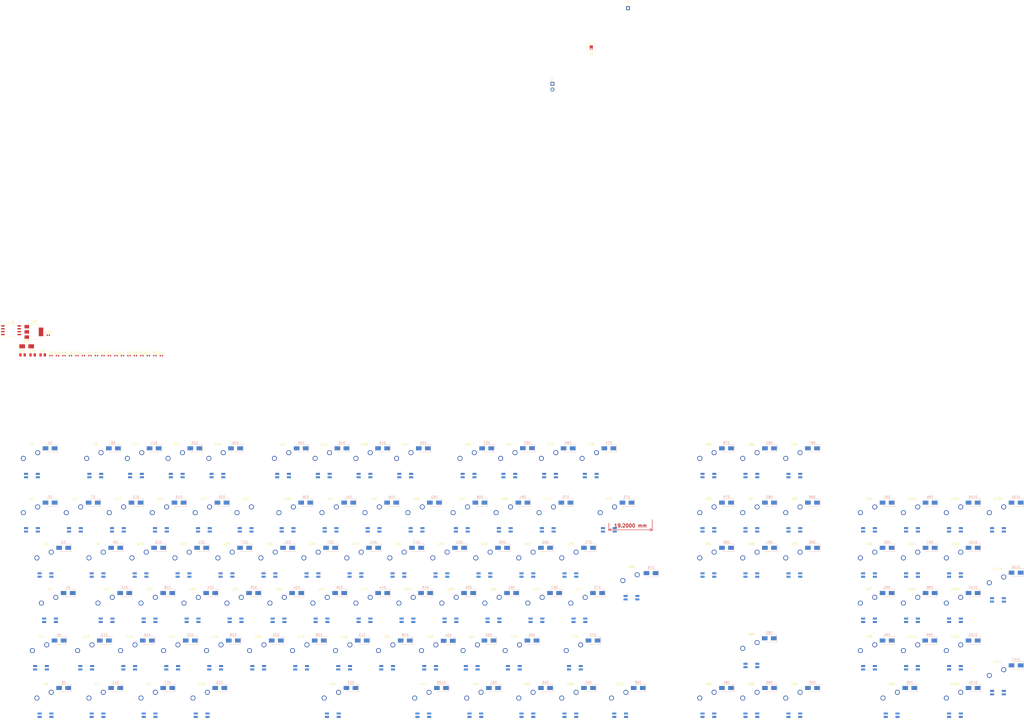
<source format=kicad_pcb>
(kicad_pcb (version 20211014) (generator pcbnew)
  (layers (0 "F.Cu" signal) (31 "B.Cu" signal) (34 "B.Paste" user) (35 "F.Paste" user) (36 "B.SilkS" user "B.Silkscreen") (37 "F.SilkS" user "F.Silkscreen") (38 "B.Mask" user) (39 "F.Mask" user) (44 "Edge.Cuts" user))
  (net 0 "")
  (net 1 "/XIN")
  (net 2 "GND")
  (net 3 "Net-(C2-Pad1)")
  (net 4 "VBUS")
  (net 5 "+3V3")
  (net 6 "+1V1")
  (net 7 "/GPIO7")
  (net 8 "Net-(D1-Pad2)")
  (net 9 "Net-(D2-Pad2)")
  (net 10 "Net-(D3-Pad2)")
  (net 11 "Net-(D4-Pad2)")
  (net 12 "Net-(D5-Pad2)")
  (net 13 "Net-(D6-Pad2)")
  (net 14 "/GPIO8")
  (net 15 "Net-(D7-Pad2)")
  (net 16 "Net-(D8-Pad2)")
  (net 17 "Net-(D9-Pad2)")
  (net 18 "Net-(D10-Pad2)")
  (net 19 "Net-(D11-Pad2)")
  (net 20 "Net-(D12-Pad2)")
  (net 21 "/GPIO9")
  (net 22 "Net-(D13-Pad2)")
  (net 23 "Net-(D14-Pad2)")
  (net 24 "Net-(D15-Pad2)")
  (net 25 "Net-(D16-Pad2)")
  (net 26 "Net-(D17-Pad2)")
  (net 27 "Net-(D18-Pad2)")
  (net 28 "/GPIO10")
  (net 29 "Net-(D19-Pad2)")
  (net 30 "Net-(D20-Pad2)")
  (net 31 "Net-(D21-Pad2)")
  (net 32 "Net-(D22-Pad2)")
  (net 33 "Net-(D23-Pad2)")
  (net 34 "Net-(D24-Pad2)")
  (net 35 "/GPIO11")
  (net 36 "Net-(D25-Pad2)")
  (net 37 "Net-(D26-Pad2)")
  (net 38 "Net-(D27-Pad2)")
  (net 39 "Net-(D28-Pad2)")
  (net 40 "Net-(D29-Pad2)")
  (net 41 "/GPIO12")
  (net 42 "Net-(D30-Pad2)")
  (net 43 "Net-(D31-Pad2)")
  (net 44 "Net-(D32-Pad2)")
  (net 45 "Net-(D33-Pad2)")
  (net 46 "Net-(D34-Pad2)")
  (net 47 "Net-(D35-Pad2)")
  (net 48 "/GPIO13")
  (net 49 "Net-(D36-Pad2)")
  (net 50 "Net-(D37-Pad2)")
  (net 51 "Net-(D38-Pad2)")
  (net 52 "Net-(D39-Pad2)")
  (net 53 "Net-(D40-Pad2)")
  (net 54 "/GPIO14")
  (net 55 "Net-(D41-Pad2)")
  (net 56 "Net-(D42-Pad2)")
  (net 57 "Net-(D43-Pad2)")
  (net 58 "Net-(D44-Pad2)")
  (net 59 "Net-(D45-Pad2)")
  (net 60 "/GPIO15")
  (net 61 "Net-(D46-Pad2)")
  (net 62 "Net-(D47-Pad2)")
  (net 63 "Net-(D48-Pad2)")
  (net 64 "Net-(D49-Pad2)")
  (net 65 "Net-(D50-Pad2)")
  (net 66 "Net-(D51-Pad2)")
  (net 67 "/GPIO16")
  (net 68 "Net-(D52-Pad2)")
  (net 69 "Net-(D53-Pad2)")
  (net 70 "Net-(D54-Pad2)")
  (net 71 "Net-(D55-Pad2)")
  (net 72 "Net-(D56-Pad2)")
  (net 73 "Net-(D57-Pad2)")
  (net 74 "/GPIO17")
  (net 75 "Net-(D58-Pad2)")
  (net 76 "Net-(D59-Pad2)")
  (net 77 "Net-(D60-Pad2)")
  (net 78 "Net-(D61-Pad2)")
  (net 79 "Net-(D62-Pad2)")
  (net 80 "Net-(D63-Pad2)")
  (net 81 "/GPIO18")
  (net 82 "Net-(D64-Pad2)")
  (net 83 "Net-(D65-Pad2)")
  (net 84 "Net-(D66-Pad2)")
  (net 85 "Net-(D67-Pad2)")
  (net 86 "Net-(D68-Pad2)")
  (net 87 "Net-(D69-Pad2)")
  (net 88 "/GPIO19")
  (net 89 "Net-(D70-Pad2)")
  (net 90 "Net-(D71-Pad2)")
  (net 91 "Net-(D72-Pad2)")
  (net 92 "Net-(D73-Pad2)")
  (net 93 "Net-(D74-Pad2)")
  (net 94 "/GPIO20")
  (net 95 "Net-(D75-Pad2)")
  (net 96 "Net-(D76-Pad2)")
  (net 97 "Net-(D78-Pad2)")
  (net 98 "/GPIO21")
  (net 99 "Net-(D79-Pad2)")
  (net 100 "Net-(D80-Pad2)")
  (net 101 "Net-(D81-Pad2)")
  (net 102 "Net-(D82-Pad2)")
  (net 103 "/GPIO22")
  (net 104 "Net-(D83-Pad2)")
  (net 105 "Net-(D84-Pad2)")
  (net 106 "Net-(D85-Pad2)")
  (net 107 "Net-(D86-Pad2)")
  (net 108 "Net-(D87-Pad2)")
  (net 109 "/GPIO23")
  (net 110 "Net-(D88-Pad2)")
  (net 111 "Net-(D89-Pad2)")
  (net 112 "Net-(D90-Pad2)")
  (net 113 "/GPIO24")
  (net 114 "Net-(D91-Pad2)")
  (net 115 "Net-(D92-Pad2)")
  (net 116 "Net-(D93-Pad2)")
  (net 117 "Net-(D94-Pad2)")
  (net 118 "Net-(D95-Pad2)")
  (net 119 "/GPIO25")
  (net 120 "Net-(D96-Pad2)")
  (net 121 "Net-(D97-Pad2)")
  (net 122 "Net-(D98-Pad2)")
  (net 123 "Net-(D99-Pad2)")
  (net 124 "/GPIO26_ADC0")
  (net 125 "Net-(D100-Pad2)")
  (net 126 "Net-(D101-Pad2)")
  (net 127 "Net-(D102-Pad2)")
  (net 128 "Net-(D103-Pad2)")
  (net 129 "Net-(D104-Pad2)")
  (net 130 "Net-(D105-Pad2)")
  (net 131 "Net-(D106-Pad2)")
  (net 132 "/GPIO27_ADC1")
  (net 133 "Net-(D107-Pad2)")
  (net 134 "/~{USB_BOOT}")
  (net 135 "/SWD")
  (net 136 "/SWCLK")
  (net 137 "/QSPI_SS")
  (net 138 "/XOUT")
  (net 139 "/USB_D+")
  (net 140 "Net-(R4-Pad2)")
  (net 141 "/USB_D-")
  (net 142 "Net-(R5-Pad2)")
  (net 143 "/GPIO0")
  (net 144 "Net-(U1-Pad1)")
  (net 145 "/GPIO5")
  (net 146 "Net-(U1-Pad4)")
  (net 147 "Net-(U1-Pad3)")
  (net 148 "/GPIO1")
  (net 149 "Net-(U2-Pad2)")
  (net 150 "Net-(U2-Pad3)")
  (net 151 "/GPIO2")
  (net 152 "Net-(U109-Pad3)")
  (net 153 "Net-(U3-Pad3)")
  (net 154 "/GPIO3")
  (net 155 "Net-(U12-Pad2)")
  (net 156 "/GPIO4")
  (net 157 "Net-(U106-Pad3)")
  (net 158 "Net-(U10-Pad2)")
  (net 159 "Net-(U111-Pad3)")
  (net 160 "Net-(U11-Pad2)")
  (net 161 "Net-(U13-Pad2)")
  (net 162 "Net-(U14-Pad2)")
  (net 163 "Net-(U15-Pad2)")
  (net 164 "Net-(U10-Pad3)")
  (net 165 "Net-(U11-Pad3)")
  (net 166 "Net-(U12-Pad3)")
  (net 167 "Net-(U13-Pad3)")
  (net 168 "Net-(U14-Pad3)")
  (net 169 "Net-(U15-Pad3)")
  (net 170 "Net-(U16-Pad3)")
  (net 171 "Net-(U17-Pad3)")
  (net 172 "/QSPI_SD1")
  (net 173 "/QSPI_SD2")
  (net 174 "/QSPI_SD0")
  (net 175 "/QSPI_SCLK")
  (net 176 "/QSPI_SD3")
  (net 177 "Net-(U20-Pad3)")
  (net 178 "Net-(U21-Pad3)")
  (net 179 "Net-(U22-Pad3)")
  (net 180 "Net-(U23-Pad3)")
  (net 181 "Net-(U24-Pad3)")
  (net 182 "Net-(U25-Pad3)")
  (net 183 "Net-(U26-Pad3)")
  (net 184 "Net-(U27-Pad3)")
  (net 185 "Net-(U28-Pad3)")
  (net 186 "Net-(U29-Pad3)")
  (net 187 "Net-(U30-Pad3)")
  (net 188 "Net-(U31-Pad3)")
  (net 189 "Net-(U32-Pad3)")
  (net 190 "Net-(U33-Pad3)")
  (net 191 "Net-(U34-Pad3)")
  (net 192 "Net-(U35-Pad3)")
  (net 193 "Net-(U36-Pad3)")
  (net 194 "Net-(U37-Pad3)")
  (net 195 "Net-(U38-Pad3)")
  (net 196 "Net-(U39-Pad3)")
  (net 197 "Net-(U40-Pad3)")
  (net 198 "Net-(U41-Pad3)")
  (net 199 "Net-(U42-Pad3)")
  (net 200 "Net-(U43-Pad3)")
  (net 201 "Net-(U44-Pad3)")
  (net 202 "Net-(U45-Pad3)")
  (net 203 "Net-(U46-Pad3)")
  (net 204 "Net-(U47-Pad3)")
  (net 205 "Net-(U48-Pad3)")
  (net 206 "Net-(U49-Pad3)")
  (net 207 "Net-(U51-Pad3)")
  (net 208 "Net-(U52-Pad3)")
  (net 209 "Net-(U53-Pad3)")
  (net 210 "Net-(U54-Pad3)")
  (net 211 "Net-(U55-Pad3)")
  (net 212 "Net-(U56-Pad3)")
  (net 213 "Net-(U57-Pad3)")
  (net 214 "Net-(U58-Pad3)")
  (net 215 "Net-(U59-Pad3)")
  (net 216 "Net-(U60-Pad3)")
  (net 217 "Net-(U61-Pad3)")
  (net 218 "Net-(U62-Pad3)")
  (net 219 "Net-(U63-Pad3)")
  (net 220 "Net-(U64-Pad3)")
  (net 221 "Net-(U65-Pad3)")
  (net 222 "Net-(U66-Pad3)")
  (net 223 "Net-(U67-Pad3)")
  (net 224 "Net-(U68-Pad3)")
  (net 225 "Net-(U69-Pad3)")
  (net 226 "Net-(U70-Pad3)")
  (net 227 "Net-(U71-Pad3)")
  (net 228 "Net-(U72-Pad3)")
  (net 229 "Net-(U73-Pad3)")
  (net 230 "Net-(U74-Pad3)")
  (net 231 "Net-(U75-Pad3)")
  (net 232 "Net-(U76-Pad3)")
  (net 233 "Net-(U77-Pad3)")
  (net 234 "Net-(U78-Pad3)")
  (net 235 "Net-(U79-Pad3)")
  (net 236 "Net-(U80-Pad3)")
  (net 237 "Net-(U82-Pad3)")
  (net 238 "Net-(U83-Pad3)")
  (net 239 "Net-(U84-Pad3)")
  (net 240 "Net-(U85-Pad3)")
  (net 241 "Net-(U86-Pad3)")
  (net 242 "Net-(U87-Pad3)")
  (net 243 "Net-(U88-Pad3)")
  (net 244 "Net-(U89-Pad3)")
  (net 245 "Net-(U90-Pad3)")
  (net 246 "Net-(U92-Pad3)")
  (net 247 "Net-(U93-Pad3)")
  (net 248 "Net-(U94-Pad3)")
  (net 250 "Net-(U100-Pad2)")
  (net 252 "Net-(U101-Pad2)")
  (net 253 "Net-(U102-Pad2)")
  (net 254 "Net-(U103-Pad2)")
  (net 255 "Net-(U108-Pad2)")
  (net 257 "Net-(U100-Pad3)")
  (net 259 "Net-(U101-Pad3)")
  (net 260 "Net-(U102-Pad3)")
  (net 261 "Net-(U103-Pad3)")
  (net 263 "Net-(U104-Pad3)")
  (net 265 "Net-(U105-Pad3)")
  (net 266 "Net-(U107-Pad3)")
  (net 270 "Net-(U41-Pad6)")
  (net 271 "Net-(U110-Pad3)")
  (footprint "Cherry MX:Cherry-MX_PCB-Mounted_LTST-A683CEGBW_Mill-Max-7305" (layer "F.Cu") (at 294 287)
    (fp_text reference "U80")
    (fp_text value "enter")
    (fp_poly (pts (xy 1.7 6.55) (xy -1.7 6.55) (xy -1.7 3.55) (xy 1.7 3.55)) (layer "Edge.Cuts") (width 0.01) (fill none))
  )
  (footprint "Connector_PinHeader_2.54mm:PinHeader_1x02_P2.54mm_Vertical" (layer "F.Cu") (at 259.05 64.75)
    (fp_text reference "J1")
    (fp_text value "Conn_01x02")
  )
  (footprint "Cherry MX:Cherry-MX_PCB-Mounted_LTST-A683CEGBW_Mill-Max-7305" (layer "F.Cu") (at 53 318)
    (fp_text reference "U10")
    (fp_text value "<")
    (fp_poly (pts (xy 1.7 6.55) (xy -1.7 6.55) (xy -1.7 3.55) (xy 1.7 3.55)) (layer "Edge.Cuts") (width 0.01) (fill none))
  )
  (footprint "Capacitor_SMD:C_0402_1005Metric" (layer "F.Cu") (at 51.78 185)
    (fp_text reference "C14")
    (fp_text value "100n")
  )
  (footprint "Capacitor_SMD:C_0805_2012Metric" (layer "F.Cu") (at 33.77 184.67)
    (fp_text reference "C5")
    (fp_text value "10u")
  )
  (footprint "Cherry MX:Cherry-MX_PCB-Mounted_LTST-A683CEGBW_Mill-Max-7305" (layer "F.Cu") (at 271 297)
    (fp_text reference "U77")
    (fp_text value "#")
    (fp_poly (pts (xy 1.7 6.55) (xy -1.7 6.55) (xy -1.7 3.55) (xy 1.7 3.55)) (layer "Edge.Cuts") (width 0.01) (fill none))
  )
  (footprint "Cherry MX:Cherry-MX_PCB-Mounted_LTST-A683CEGBW_Mill-Max-7305" (layer "F.Cu") (at 57 233)
    (fp_text reference "U8")
    (fp_text value "f1")
    (fp_poly (pts (xy 1.7 6.55) (xy -1.7 6.55) (xy -1.7 3.55) (xy 1.7 3.55)) (layer "Edge.Cuts") (width 0.01) (fill none))
  )
  (footprint "Cherry MX:Cherry-MX_PCB-Mounted_LTST-A683CEGBW_Mill-Max-7305" (layer "F.Cu") (at 229 277)
    (fp_text reference "U63")
    (fp_text value "o")
    (fp_poly (pts (xy 1.7 6.55) (xy -1.7 6.55) (xy -1.7 3.55) (xy 1.7 3.55)) (layer "Edge.Cuts") (width 0.01) (fill none))
  )
  (footprint "Cherry MX:Cherry-MX_PCB-Mounted_LTST-A683CEGBW_Mill-Max-7305" (layer "F.Cu") (at 347 317)
    (fp_text reference "U89")
    (fp_text value "/\\")
    (fp_poly (pts (xy 1.7 6.55) (xy -1.7 6.55) (xy -1.7 3.55) (xy 1.7 3.55)) (layer "Edge.Cuts") (width 0.01) (fill none))
  )
  (footprint "Cherry MX:Cherry-MX_PCB-Mounted_LTST-A683CEGBW_Mill-Max-7305" (layer "F.Cu") (at 240 233)
    (fp_text reference "U67")
    (fp_text value "f10")
    (fp_poly (pts (xy 1.7 6.55) (xy -1.7 6.55) (xy -1.7 3.55) (xy 1.7 3.55)) (layer "Edge.Cuts") (width 0.01) (fill none))
  )
  (footprint "LED_SMD:LED-L1T2_LUMILEDS" (layer "F.Cu") (at 276.22 48.9)
    (fp_text reference "J3")
    (fp_text value "Conn_01x01_Female")
  )
  (footprint "Cherry MX:Cherry-MX_PCB-Mounted_LTST-A683CEGBW_Mill-Max-7305" (layer "F.Cu") (at 29 233)
    (fp_text reference "U1")
    (fp_text value "esc")
    (fp_poly (pts (xy 1.7 6.55) (xy -1.7 6.55) (xy -1.7 3.55) (xy 1.7 3.55)) (layer "Edge.Cuts") (width 0.01) (fill none))
  )
  (footprint "Cherry MX:Cherry-MX_PCB-Mounted_LTST-A683CEGBW_Mill-Max-7305" (layer "F.Cu") (at 276 233)
    (fp_text reference "U78")
    (fp_text value "f12")
    (fp_poly (pts (xy 1.7 6.55) (xy -1.7 6.55) (xy -1.7 3.55) (xy 1.7 3.55)) (layer "Edge.Cuts") (width 0.01) (fill none))
  )
  (footprint "Cherry MX:Cherry-MX_PCB-Mounted_LTST-A683CEGBW_Mill-Max-7305" (layer "F.Cu") (at 162 339)
    (fp_text reference "U25")
    (fp_text value "Cherry_MX_RGB")
    (fp_poly (pts (xy 1.7 6.55) (xy -1.7 6.55) (xy -1.7 3.55) (xy 1.7 3.55)) (layer "Edge.Cuts") (width 0.01) (fill none))
  )
  (footprint "Cherry MX:Cherry-MX_PCB-Mounted_LTST-A683CEGBW_Mill-Max-7305" (layer "F.Cu") (at 58 339)
    (fp_text reference "U11")
    (fp_text value "super")
    (fp_poly (pts (xy 1.7 6.55) (xy -1.7 6.55) (xy -1.7 3.55) (xy 1.7 3.55)) (layer "Edge.Cuts") (width 0.01) (fill none))
  )
  (footprint "Cherry MX:Cherry-MX_PCB-Mounted_LTST-A683CEGBW_Mill-Max-7305" (layer "F.Cu") (at 81 339)
    (fp_text reference "U17")
    (fp_text value "alt")
    (fp_poly (pts (xy 1.7 6.55) (xy -1.7 6.55) (xy -1.7 3.55) (xy 1.7 3.55)) (layer "Edge.Cuts") (width 0.01) (fill none))
  )
  (footprint "Cherry MX:Cherry-MX_PCB-Mounted_LTST-A683CEGBW_Mill-Max-7305" (layer "F.Cu") (at 176 297)
    (fp_text reference "U47")
    (fp_text value "j")
    (fp_poly (pts (xy 1.7 6.55) (xy -1.7 6.55) (xy -1.7 3.55) (xy 1.7 3.55)) (layer "Edge.Cuts") (width 0.01) (fill none))
  )
  (footprint "Capacitor_SMD:C_0402_1005Metric" (layer "F.Cu") (at 43.17 185)
    (fp_text reference "C8")
    (fp_text value "1u")
  )
  (footprint "Cherry MX:Cherry-MX_PCB-Mounted_LTST-A683CEGBW_Mill-Max-7305" (layer "F.Cu") (at 214 297)
    (fp_text reference "U59")
    (fp_text value "l")
    (fp_poly (pts (xy 1.7 6.55) (xy -1.7 6.55) (xy -1.7 3.55) (xy 1.7 3.55)) (layer "Edge.Cuts") (width 0.01) (fill none))
  )
  (footprint "Capacitor_SMD:C_0402_1005Metric" (layer "F.Cu") (at 37.43 185)
    (fp_text reference "C9")
    (fp_text value "100n")
  )
  (footprint "Cherry MX:Cherry-MX_PCB-Mounted_LTST-A683CEGBW_Mill-Max-7305" (layer "F.Cu") (at 119 297)
    (fp_text reference "U31")
    (fp_text value "f")
    (fp_poly (pts (xy 1.7 6.55) (xy -1.7 6.55) (xy -1.7 3.55) (xy 1.7 3.55)) (layer "Edge.Cuts") (width 0.01) (fill none))
  )
  (footprint "Cherry MX:Cherry-MX_PCB-Mounted_LTST-A683CEGBW_Mill-Max-7305" (layer "F.Cu") (at 399 277)
    (fp_text reference "U96")
    (fp_text value "7")
    (fp_poly (pts (xy 1.7 6.55) (xy -1.7 6.55) (xy -1.7 3.55) (xy 1.7 3.55)) (layer "Edge.Cuts") (width 0.01) (fill none))
  )
  (footprint "Cherry MX:Cherry-MX_PCB-Mounted_LTST-A683CEGBW_Mill-Max-7305" (layer "F.Cu") (at 86 257)
    (fp_text reference "U21")
    (fp_text value "3")
    (fp_poly (pts (xy 1.7 6.55) (xy -1.7 6.55) (xy -1.7 3.55) (xy 1.7 3.55)) (layer "Edge.Cuts") (width 0.01) (fill none))
  )
  (footprint "Cherry MX:Cherry-MX_PCB-Mounted_LTST-A683CEGBW_Mill-Max-7305" (layer "F.Cu") (at 347 257)
    (fp_text reference "U87")
    (fp_text value "pos1")
    (fp_poly (pts (xy 1.7 6.55) (xy -1.7 6.55) (xy -1.7 3.55) (xy 1.7 3.55)) (layer "Edge.Cuts") (width 0.01) (fill none))
  )
  (footprint "Cherry MX:Cherry-MX_PCB-Mounted_LTST-A683CEGBW_Mill-Max-7305" (layer "F.Cu") (at 269 318)
    (fp_text reference "U76")
    (fp_text value "shift")
    (fp_poly (pts (xy 1.7 6.55) (xy -1.7 6.55) (xy -1.7 3.55) (xy 1.7 3.55)) (layer "Edge.Cuts") (width 0.01) (fill none))
  )
  (footprint "Capacitor_SMD:C_0402_1005Metric" (layer "F.Cu") (at 77.61 185)
    (fp_text reference "C12")
    (fp_text value "100n")
  )
  (footprint "Cherry MX:Cherry-MX_PCB-Mounted_LTST-A683CEGBW_Mill-Max-7305" (layer "F.Cu") (at 138 297)
    (fp_text reference "U36")
    (fp_text value "g")
    (fp_poly (pts (xy 1.7 6.55) (xy -1.7 6.55) (xy -1.7 3.55) (xy 1.7 3.55)) (layer "Edge.Cuts") (width 0.01) (fill none))
  )
  (footprint "Capacitor_SMD:C_0402_1005Metric" (layer "F.Cu") (at 86.22 185)
    (fp_text reference "C15")
    (fp_text value "100n")
  )
  (footprint "Cherry MX:Cherry-MX_PCB-Mounted_LTST-A683CEGBW_Mill-Max-7305" (layer "F.Cu") (at 366 257)
    (fp_text reference "U92")
    (fp_text value "pgup")
    (fp_poly (pts (xy 1.7 6.55) (xy -1.7 6.55) (xy -1.7 3.55) (xy 1.7 3.55)) (layer "Edge.Cuts") (width 0.01) (fill none))
  )
  (footprint "Cherry MX:Cherry-MX_PCB-Mounted_LTST-A683CEGBW_Mill-Max-7305" (layer "F.Cu") (at 129 318)
    (fp_text reference "U34")
    (fp_text value "v")
    (fp_poly (pts (xy 1.7 6.55) (xy -1.7 6.55) (xy -1.7 3.55) (xy 1.7 3.55)) (layer "Edge.Cuts") (width 0.01) (fill none))
  )
  (footprint "Cherry MX:Cherry-MX_PCB-Mounted_LTST-A683CEGBW_Mill-Max-7305" (layer "F.Cu") (at 91 318)
    (fp_text reference "U24")
    (fp_text value "x")
    (fp_poly (pts (xy 1.7 6.55) (xy -1.7 6.55) (xy -1.7 3.55) (xy 1.7 3.55)) (layer "Edge.Cuts") (width 0.01) (fill none))
  )
  (footprint "Cherry MX:Cherry-MX_PCB-Mounted_LTST-A683CEGBW_Mill-Max-7305" (layer "F.Cu") (at 134 277)
    (fp_text reference "U33")
    (fp_text value "t")
    (fp_poly (pts (xy 1.7 6.55) (xy -1.7 6.55) (xy -1.7 3.55) (xy 1.7 3.55)) (layer "Edge.Cuts") (width 0.01) (fill none))
  )
  (footprint "Cherry MX:Cherry-MX_PCB-Mounted_LTST-A683CEGBW_Mill-Max-7305" (layer "F.Cu") (at 238 257)
    (fp_text reference "U68")
    (fp_text value "ß")
    (fp_poly (pts (xy 1.7 6.55) (xy -1.7 6.55) (xy -1.7 3.55) (xy 1.7 3.55)) (layer "Edge.Cuts") (width 0.01) (fill none))
  )
  (footprint "Capacitor_SMD:C_0805_2012Metric" (layer "F.Cu") (at 24.87 184.67)
    (fp_text reference "C3")
    (fp_text value "10u")
  )
  (footprint "Cherry MX:Cherry-MX_PCB-Mounted_LTST-A683CEGBW_Mill-Max-7305" (layer "F.Cu") (at 172 277)
    (fp_text reference "U45")
    (fp_text value "u")
    (fp_poly (pts (xy 1.7 6.55) (xy -1.7 6.55) (xy -1.7 3.55) (xy 1.7 3.55)) (layer "Edge.Cuts") (width 0.01) (fill none))
  )
  (footprint "Cherry MX:Cherry-MX_PCB-Mounted_LTST-A683CEGBW_Mill-Max-7305" (layer "F.Cu") (at 180 257)
    (fp_text reference "U49")
    (fp_text value "8")
    (fp_poly (pts (xy 1.7 6.55) (xy -1.7 6.55) (xy -1.7 3.55) (xy 1.7 3.55)) (layer "Edge.Cuts") (width 0.01) (fill none))
  )
  (footprint "Capacitor_SMD:C_0402_1005Metric" (layer "F.Cu") (at 48.91 185)
    (fp_text reference "C13")
    (fp_text value "100n")
  )
  (footprint "Cherry MX:Cherry-MX_PCB-Mounted_LTST-A683CEGBW_Mill-Max-7305" (layer "F.Cu") (at 110 318)
    (fp_text reference "U30")
    (fp_text value "c")
    (fp_poly (pts (xy 1.7 6.55) (xy -1.7 6.55) (xy -1.7 3.55) (xy 1.7 3.55)) (layer "Edge.Cuts") (width 0.01) (fill none))
  )
  (footprint "Capacitor_SMD:C_0402_1005Metric" (layer "F.Cu") (at 60.39 185)
    (fp_text reference "C2")
    (fp_text value "27p")
  )
  (footprint "Cherry MX:Cherry-MX_PCB-Mounted_LTST-A683CEGBW_Mill-Max-7305" (layer "F.Cu") (at 418 318)
    (fp_text reference "U103")
    (fp_text value "2")
    (fp_poly (pts (xy 1.7 6.55) (xy -1.7 6.55) (xy -1.7 3.55) (xy 1.7 3.55)) (layer "Edge.Cuts") (width 0.01) (fill none))
  )
  (footprint "Cherry MX:Cherry-MX_PCB-Mounted_LTST-A683CEGBW_Mill-Max-7305" (layer "F.Cu") (at 62 297)
    (fp_text reference "U12")
    (fp_text value "a")
    (fp_poly (pts (xy 1.7 6.55) (xy -1.7 6.55) (xy -1.7 3.55) (xy 1.7 3.55)) (layer "Edge.Cuts") (width 0.01) (fill none))
  )
  (footprint "Cherry MX:Cherry-MX_PCB-Mounted_LTST-A683CEGBW_Mill-Max-7305" (layer "F.Cu") (at 456 257)
    (fp_text reference "U109")
    (fp_text value "-")
    (fp_poly (pts (xy 1.7 6.55) (xy -1.7 6.55) (xy -1.7 3.55) (xy 1.7 3.55)) (layer "Edge.Cuts") (width 0.01) (fill none))
  )
  (footprint "Capacitor_SMD:C_0402_1005Metric" (layer "F.Cu") (at 54.65 185)
    (fp_text reference "R1")
    (fp_text value "1k")
  )
  (footprint "Capacitor_SMD:C_0402_1005Metric" (layer "F.Cu") (at 83.35 185)
    (fp_text reference "R3")
    (fp_text value "1k")
  )
  (footprint "Capacitor_SMD:C_0402_1005Metric" (layer "F.Cu") (at 66.13 185)
    (fp_text reference "C11")
    (fp_text value "100n")
  )
  (footprint "Cherry MX:Cherry-MX_PCB-Mounted_LTST-A683CEGBW_Mill-Max-7305" (layer "F.Cu") (at 142 257)
    (fp_text reference "U38")
    (fp_text value "6")
    (fp_poly (pts (xy 1.7 6.55) (xy -1.7 6.55) (xy -1.7 3.55) (xy 1.7 3.55)) (layer "Edge.Cuts") (width 0.01) (fill none))
  )
  (footprint "Cherry MX:Cherry-MX_PCB-Mounted_LTST-A683CEGBW_Mill-Max-7305" (layer "F.Cu") (at 456 288)
    (fp_text reference "U110")
    (fp_text value "+")
    (fp_poly (pts (xy 1.7 6.55) (xy -1.7 6.55) (xy -1.7 3.55) (xy 1.7 3.55)) (layer "Edge.Cuts") (width 0.01) (fill none))
  )
  (footprint "Cherry MX:Cherry-MX_PCB-Mounted_LTST-A683CEGBW_Mill-Max-7305" (layer "F.Cu") (at 176 233)
    (fp_text reference "U48")
    (fp_text value "f7")
    (fp_poly (pts (xy 1.7 6.55) (xy -1.7 6.55) (xy -1.7 3.55) (xy 1.7 3.55)) (layer "Edge.Cuts") (width 0.01) (fill none))
  )
  (footprint "Cherry MX:Cherry-MX_PCB-Mounted_LTST-A683CEGBW_Mill-Max-7305" (layer "F.Cu") (at 248 339)
    (fp_text reference "U60")
    (fp_text value "win")
    (fp_poly (pts (xy 1.7 6.55) (xy -1.7 6.55) (xy -1.7 3.55) (xy 1.7 3.55)) (layer "Edge.Cuts") (width 0.01) (fill none))
  )
  (footprint "Cherry MX:Cherry-MX_PCB-Mounted_LTST-A683CEGBW_Mill-Max-7305" (layer "F.Cu") (at 267 339)
    (fp_text reference "U66")
    (fp_text value "menu")
    (fp_poly (pts (xy 1.7 6.55) (xy -1.7 6.55) (xy -1.7 3.55) (xy 1.7 3.55)) (layer "Edge.Cuts") (width 0.01) (fill none))
  )
  (footprint "Capacitor_SMD:C_0805_2012Metric" (layer "F.Cu") (at 29.32 184.67)
    (fp_text reference "C17")
    (fp_text value "10u")
  )
  (footprint "Package_TO_SOT_SMD:SOT-223-3_TabPin2" (layer "F.Cu") (at 29.87 174.49)
    (fp_text reference "U19")
    (fp_text value "NCP1117-3.3_SOT223")
  )
  (footprint "Cherry MX:Cherry-MX_PCB-Mounted_LTST-A683CEGBW_Mill-Max-7305" (layer "F.Cu") (at 347 339)
    (fp_text reference "U90")
    (fp_text value "\\/")
    (fp_poly (pts (xy 1.7 6.55) (xy -1.7 6.55) (xy -1.7 3.55) (xy 1.7 3.55)) (layer "Edge.Cuts") (width 0.01) (fill none))
  )
  (footprint "Capacitor_SMD:C_0402_1005Metric" (layer "F.Cu") (at 74.74 185)
    (fp_text reference "R5")
    (fp_text value "27")
  )
  (footprint "Cherry MX:Cherry-MX_PCB-Mounted_LTST-A683CEGBW_Mill-Max-7305" (layer "F.Cu") (at 48 257)
    (fp_text reference "U7")
    (fp_text value "1")
    (fp_poly (pts (xy 1.7 6.55) (xy -1.7 6.55) (xy -1.7 3.55) (xy 1.7 3.55)) (layer "Edge.Cuts") (width 0.01) (fill none))
  )
  (footprint "Cherry MX:Cherry-MX_PCB-Mounted_LTST-A683CEGBW_Mill-Max-7305" (layer "F.Cu") (at 418 277)
    (fp_text reference "U101")
    (fp_text value "8")
    (fp_poly (pts (xy 1.7 6.55) (xy -1.7 6.55) (xy -1.7 3.55) (xy 1.7 3.55)) (layer "Edge.Cuts") (width 0.01) (fill none))
  )
  (footprint "Capacitor_SMD:C_0402_1005Metric" (layer "F.Cu") (at 40.3 185)
    (fp_text reference "C16")
    (fp_text value "100n")
  )
  (footprint "Cherry MX:Cherry-MX_PCB-Mounted_LTST-A683CEGBW_Mill-Max-7305" (layer "F.Cu") (at 58 277)
    (fp_text reference "U9")
    (fp_text value "q")
    (fp_poly (pts (xy 1.7 6.55) (xy -1.7 6.55) (xy -1.7 3.55) (xy 1.7 3.55)) (layer "Edge.Cuts") (width 0.01) (fill none))
  )
  (footprint "Capacitor_SMD:C_0402_1005Metric" (layer "F.Cu") (at 80.48 185)
    (fp_text reference "C4")
    (fp_text value "100n")
  )
  (footprint "Capacitor_SMD:C_0402_1005Metric" (layer "F.Cu") (at 36.23 175.9)
    (fp_text reference "C10")
    (fp_text value "1u")
  )
  (footprint "Cherry MX:Cherry-MX_PCB-Mounted_LTST-A683CEGBW_Mill-Max-7305" (layer "F.Cu") (at 437 257)
    (fp_text reference "U104")
    (fp_text value "*")
    (fp_poly (pts (xy 1.7 6.55) (xy -1.7 6.55) (xy -1.7 3.55) (xy 1.7 3.55)) (layer "Edge.Cuts") (width 0.01) (fill none))
  )
  (footprint "Cherry MX:Cherry-MX_PCB-Mounted_LTST-A683CEGBW_Mill-Max-7305" (layer "F.Cu") (at 29 257)
    (fp_text reference "U2")
    (fp_text value "^")
    (fp_poly (pts (xy 1.7 6.55) (xy -1.7 6.55) (xy -1.7 3.55) (xy 1.7 3.55)) (layer "Edge.Cuts") (width 0.01) (fill none))
  )
  (footprint "Cherry MX:Cherry-MX_PCB-Mounted_LTST-A683CEGBW_Mill-Max-7305" (layer "F.Cu") (at 366 339)
    (fp_text reference "U94")
    (fp_text value ">")
    (fp_poly (pts (xy 1.7 6.55) (xy -1.7 6.55) (xy -1.7 3.55) (xy 1.7 3.55)) (layer "Edge.Cuts") (width 0.01) (fill none))
  )
  (footprint "Cherry MX:Cherry-MX_PCB-Mounted_LTST-A683CEGBW_Mill-Max-7305" (layer "F.Cu") (at 202 339)
    (fp_text reference "U41")
    (fp_text value "leer")
    (fp_poly (pts (xy 1.7 6.55) (xy -1.7 6.55) (xy -1.7 3.55) (xy 1.7 3.55)) (layer "Edge.Cuts") (width 0.01) (fill none))
  )
  (footprint "Capacitor_SMD:C_0402_1005Metric" (layer "F.Cu") (at 71.87 185)
    (fp_text reference "R2")
    (fp_text value "DNF")
  )
  (footprint "Cherry MX:Cherry-MX_PCB-Mounted_LTST-A683CEGBW_Mill-Max-7305" (layer "F.Cu") (at 75 233)
    (fp_text reference "U14")
    (fp_text value "f2")
    (fp_poly (pts (xy 1.7 6.55) (xy -1.7 6.55) (xy -1.7 3.55) (xy 1.7 3.55)) (layer "Edge.Cuts") (width 0.01) (fill none))
  )
  (footprint "Cherry MX:Cherry-MX_PCB-Mounted_LTST-A683CEGBW_Mill-Max-7305" (layer "F.Cu") (at 223.4 318)
    (fp_text reference "U64")
    (fp_text value ".")
    (fp_poly (pts (xy 1.7 6.55) (xy -1.7 6.55) (xy -1.7 3.55) (xy 1.7 3.55)) (layer "Edge.Cuts") (width 0.01) (fill none))
  )
  (footprint "Cherry MX:Cherry-MX_PCB-Mounted_LTST-A683CEGBW_Mill-Max-7305" (layer "F.Cu") (at 328 233)
    (fp_text reference "U82")
    (fp_text value "druck")
    (fp_poly (pts (xy 1.7 6.55) (xy -1.7 6.55) (xy -1.7 3.55) (xy 1.7 3.55)) (layer "Edge.Cuts") (width 0.01) (fill none))
  )
  (footprint "Cherry MX:Cherry-MX_PCB-Mounted_LTST-A683CEGBW_Mill-Max-7305" (layer "F.Cu") (at 111 233)
    (fp_text reference "U28")
    (fp_text value "f4")
    (fp_poly (pts (xy 1.7 6.55) (xy -1.7 6.55) (xy -1.7 3.55) (xy 1.7 3.55)) (layer "Edge.Cuts") (width 0.01) (fill none))
  )
  (footprint "Cherry MX:Cherry-MX_PCB-Mounted_LTST-A683CEGBW_Mill-Max-7305" (layer "F.Cu") (at 158 233)
    (fp_text reference "U43")
    (fp_text value "f6")
    (fp_poly (pts (xy 1.7 6.55) (xy -1.7 6.55) (xy -1.7 3.55) (xy 1.7 3.55)) (layer "Edge.Cuts") (width 0.01) (fill none))
  )
  (footprint "Capacitor_SMD:C_0402_1005Metric" (layer "F.Cu") (at 57.52 185)
    (fp_text reference "R4")
    (fp_text value "27")
  )
  (footprint "Cherry MX:Cherry-MX_PCB-Mounted_LTST-A683CEGBW_Mill-Max-7305" (layer "F.Cu") (at 93 233)
    (fp_text reference "U22")
    (fp_text value "f3")
    (fp_poly (pts (xy 1.7 6.55) (xy -1.7 6.55) (xy -1.7 3.55) (xy 1.7 3.55)) (layer "Edge.Cuts") (width 0.01) (fill none))
  )
  (footprint "Capacitor_SMD:C_0402_1005Metric" (layer "F.Cu") (at 46.04 185)
    (fp_text reference "C6")
    (fp_text value "100n")
  )
  (footprint "Cherry MX:Cherry-MX_PCB-Mounted_LTST-A683CEGBW_Mill-Max-7305" (layer "F.Cu") (at 161 257)
    (fp_text reference "U44")
    (fp_text value "7")
    (fp_poly (pts (xy 1.7 6.55) (xy -1.7 6.55) (xy -1.7 3.55) (xy 1.7 3.55)) (layer "Edge.Cuts") (width 0.01) (fill none))
  )
  (footprint "Cherry MX:Cherry-MX_PCB-Mounted_LTST-A683CEGBW_Mill-Max-7305" (layer "F.Cu") (at 418 297)
    (fp_text reference "U102")
    (fp_text value "5")
    (fp_poly (pts (xy 1.7 6.55) (xy -1.7 6.55) (xy -1.7 3.55) (xy 1.7 3.55)) (layer "Edge.Cuts") (width 0.01) (fill none))
  )
  (footprint "Cherry MX:Cherry-MX_PCB-Mounted_LTST-A683CEGBW_Mill-Max-7305" (layer "F.Cu") (at 409 339)
    (fp_text reference "U99")
    (fp_text value "0")
    (fp_poly (pts (xy 1.7 6.55) (xy -1.7 6.55) (xy -1.7 3.55) (xy 1.7 3.55)) (layer "Edge.Cuts") (width 0.01) (fill none))
  )
  (footprint "Cherry MX:Cherry-MX_PCB-Mounted_LTST-A683CEGBW_Mill-Max-7305" (layer "F.Cu") (at 148 318)
    (fp_text reference "U40")
    (fp_text value "b")
    (fp_poly (pts (xy 1.7 6.55) (xy -1.7 6.55) (xy -1.7 3.55) (xy 1.7 3.55)) (layer "Edge.Cuts") (width 0.01) (fill none))
  )
  (footprint "Cherry MX:Cherry-MX_PCB-Mounted_LTST-A683CEGBW_Mill-Max-7305" (layer "F.Cu") (at 399 318)
    (fp_text reference "U98")
    (fp_text value "1")
    (fp_poly (pts (xy 1.7 6.55) (xy -1.7 6.55) (xy -1.7 3.55) (xy 1.7 3.55)) (layer "Edge.Cuts") (width 0.01) (fill none))
  )
  (footprint "Cherry MX:Cherry-MX_PCB-Mounted_LTST-A683CEGBW_Mill-Max-7305" (layer "F.Cu") (at 100 297)
    (fp_text reference "U26")
    (fp_text value "d")
    (fp_poly (pts (xy 1.7 6.55) (xy -1.7 6.55) (xy -1.7 3.55) (xy 1.7 3.55)) (layer "Edge.Cuts") (width 0.01) (fill none))
  )
  (footprint "Cherry MX:Cherry-MX_PCB-Mounted_LTST-A683CEGBW_Mill-Max-7305" (layer "F.Cu") (at 186 318)
    (fp_text reference "U52")
    (fp_text value "m")
    (fp_poly (pts (xy 1.7 6.55) (xy -1.7 6.55) (xy -1.7 3.55) (xy 1.7 3.55)) (layer "Edge.Cuts") (width 0.01) (fill none))
  )
  (footprint "Cherry MX:Cherry-MX_PCB-Mounted_LTST-A683CEGBW_Mill-Max-7305" (layer "F.Cu") (at 123.46 257)
    (fp_text reference "U32")
    (fp_text value "5")
    (fp_poly (pts (xy 1.7 6.55) (xy -1.7 6.55) (xy -1.7 3.55) (xy 1.7 3.55)) (layer "Edge.Cuts") (width 0.01) (fill none))
  )
  (footprint "Cherry MX:Cherry-MX_PCB-Mounted_LTST-A683CEGBW_Mill-Max-7305" (layer "F.Cu") (at 328 339)
    (fp_text reference "U85")
    (fp_text value "<")
    (fp_poly (pts (xy 1.7 6.55) (xy -1.7 6.55) (xy -1.7 3.55) (xy 1.7 3.55)) (layer "Edge.Cuts") (width 0.01) (fill none))
  )
  (footprint "Cherry MX:Cherry-MX_PCB-Mounted_LTST-A683CEGBW_Mill-Max-7305" (layer "F.Cu") (at 222 233)
    (fp_text reference "U61")
    (fp_text value "f9")
    (fp_poly (pts (xy 1.7 6.55) (xy -1.7 6.55) (xy -1.7 3.55) (xy 1.7 3.55)) (layer "Edge.Cuts") (width 0.01) (fill none))
  )
  (footprint "Cherry MX:Cherry-MX_PCB-Mounted_LTST-A683CEGBW_Mill-Max-7305" (layer "F.Cu") (at 328 277)
    (fp_text reference "U84")
    (fp_text value "entf")
    (fp_poly (pts (xy 1.7 6.55) (xy -1.7 6.55) (xy -1.7 3.55) (xy 1.7 3.55)) (layer "Edge.Cuts") (width 0.01) (fill none))
  )
  (footprint "Cherry MX:Cherry-MX_PCB-Mounted_LTST-A683CEGBW_Mill-Max-7305" (layer "F.Cu") (at 35 339)
    (fp_text reference "U6")
    (fp_text value "ctl")
    (fp_poly (pts (xy 1.7 6.55) (xy -1.7 6.55) (xy -1.7 3.55) (xy 1.7 3.55)) (layer "Edge.Cuts") (width 0.01) (fill none))
  )
  (footprint "Cherry MX:Cherry-MX_PCB-Mounted_LTST-A683CEGBW_Mill-Max-7305" (layer "F.Cu") (at 437 277)
    (fp_text reference "U105")
    (fp_text value "9")
    (fp_poly (pts (xy 1.7 6.55) (xy -1.7 6.55) (xy -1.7 3.55) (xy 1.7 3.55)) (layer "Edge.Cuts") (width 0.01) (fill none))
  )
  (footprint "Cherry MX:Cherry-MX_PCB-Mounted_LTST-A683CEGBW_Mill-Max-7305" (layer "F.Cu") (at 242 318)
    (fp_text reference "U70")
    (fp_text value "-")
    (fp_poly (pts (xy 1.7 6.55) (xy -1.7 6.55) (xy -1.7 3.55) (xy 1.7 3.55)) (layer "Edge.Cuts") (width 0.01) (fill none))
  )
  (footprint "Cherry MX:Cherry-MX_PCB-Mounted_LTST-A683CEGBW_Mill-Max-7305" (layer "F.Cu") (at 194 233)
    (fp_text reference "U54")
    (fp_text value "f8")
    (fp_poly (pts (xy 1.7 6.55) (xy -1.7 6.55) (xy -1.7 3.55) (xy 1.7 3.55)) (layer "Edge.Cuts") (width 0.01) (fill none))
  )
  (footprint "Cherry MX:Cherry-MX_PCB-Mounted_LTST-A683CEGBW_Mill-Max-7305" (layer "F.Cu") (at 37 297)
    (fp_text reference "U4")
    (fp_text value "feststl")
    (fp_poly (pts (xy 1.7 6.55) (xy -1.7 6.55) (xy -1.7 3.55) (xy 1.7 3.55)) (layer "Edge.Cuts") (width 0.01) (fill none))
  )
  (footprint "Cherry MX:Cherry-MX_PCB-Mounted_LTST-A683CEGBW_Mill-Max-7305" (layer "F.Cu") (at 105 257)
    (fp_text reference "U27")
    (fp_text value "4")
    (fp_poly (pts (xy 1.7 6.55) (xy -1.7 6.55) (xy -1.7 3.55) (xy 1.7 3.55)) (layer "Edge.Cuts") (width 0.01) (fill none))
  )
  (footprint "Cherry MX:Cherry-MX_PCB-Mounted_LTST-A683CEGBW_Mill-Max-7305" (layer "F.Cu") (at 167 318)
    (fp_text reference "U46")
    (fp_text value "n")
    (fp_poly (pts (xy 1.7 6.55) (xy -1.7 6.55) (xy -1.7 3.55) (xy 1.7 3.55)) (layer "Edge.Cuts") (width 0.01) (fill none))
  )
  (footprint "Cherry MX:Cherry-MX_PCB-Mounted_LTST-A683CEGBW_Mill-Max-7305" (layer "F.Cu") (at 191 277)
    (fp_text reference "U51")
    (fp_text value "i")
    (fp_poly (pts (xy 1.7 6.55) (xy -1.7 6.55) (xy -1.7 3.55) (xy 1.7 3.55)) (layer "Edge.Cuts") (width 0.01) (fill none))
  )
  (footprint "Cherry MX:Cherry-MX_PCB-Mounted_LTST-A683CEGBW_Mill-Max-7305" (layer "F.Cu") (at 104 339)
    (fp_text reference "U35")
    (fp_text value "leer")
    (fp_poly (pts (xy 1.7 6.55) (xy -1.7 6.55) (xy -1.7 3.55) (xy 1.7 3.55)) (layer "Edge.Cuts") (width 0.01) (fill none))
  )
  (footprint "Cherry MX:Cherry-MX_PCB-Mounted_LTST-A683CEGBW_Mill-Max-7305" (layer "F.Cu") (at 233 297)
    (fp_text reference "U65")
    (fp_text value "ö")
    (fp_poly (pts (xy 1.7 6.55) (xy -1.7 6.55) (xy -1.7 3.55) (xy 1.7 3.55)) (layer "Edge.Cuts") (width 0.01) (fill none))
  )
  (footprint "Cherry MX:Cherry-MX_PCB-Mounted_LTST-A683CEGBW_Mill-Max-7305" (layer "F.Cu") (at 289 339)
    (fp_text reference "U72")
    (fp_text value "ctl")
    (fp_poly (pts (xy 1.7 6.55) (xy -1.7 6.55) (xy -1.7 3.55) (xy 1.7 3.55)) (layer "Edge.Cuts") (width 0.01) (fill none))
  )
  (footprint "Cherry MX:Cherry-MX_PCB-Mounted_LTST-A683CEGBW_Mill-Max-7305" (layer "F.Cu") (at 153 277)
    (fp_text reference "U39")
    (fp_text value "z")
    (fp_poly (pts (xy 1.7 6.55) (xy -1.7 6.55) (xy -1.7 3.55) (xy 1.7 3.55)) (layer "Edge.Cuts") (width 0.01) (fill none))
  )
  (footprint "Cherry MX:Cherry-MX_PCB-Mounted_LTST-A683CEGBW_Mill-Max-7305" (layer "F.Cu") (at 81 297)
    (fp_text reference "U20")
    (fp_text value "s")
    (fp_poly (pts (xy 1.7 6.55) (xy -1.7 6.55) (xy -1.7 3.55) (xy 1.7 3.55)) (layer "Edge.Cuts") (width 0.01) (fill none))
  )
  (footprint "Cherry MX:Cherry-MX_PCB-Mounted_LTST-A683CEGBW_Mill-Max-7305" (layer "F.Cu") (at 366 233)
    (fp_text reference "U91")
    (fp_text value "pause break")
    (fp_poly (pts (xy 1.7 6.55) (xy -1.7 6.55) (xy -1.7 3.55) (xy 1.7 3.55)) (layer "Edge.Cuts") (width 0.01) (fill none))
  )
  (footprint "Package_SO:SOIC-8_5.23x5.23mm_P1.27mm" (layer "F.Cu") (at 19.77 173.75)
    (fp_text reference "U18")
    (fp_text value "W25Q128JVS")
  )
  (footprint "Cherry MX:Cherry-MX_PCB-Mounted_LTST-A683CEGBW_Mill-Max-7305" (layer "F.Cu") (at 257 257)
    (fp_text reference "U74")
    (fp_text value "´")
    (fp_poly (pts (xy 1.7 6.55) (xy -1.7 6.55) (xy -1.7 3.55) (xy 1.7 3.55)) (layer "Edge.Cuts") (width 0.01) (fill none))
  )
  (footprint "Cherry MX:Cherry-MX_PCB-Mounted_LTST-A683CEGBW_Mill-Max-7305" (layer "F.Cu") (at 399 257)
    (fp_text reference "U95")
    (fp_text value "num")
    (fp_poly (pts (xy 1.7 6.55) (xy -1.7 6.55) (xy -1.7 3.55) (xy 1.7 3.55)) (layer "Edge.Cuts") (width 0.01) (fill none))
  )
  (footprint "Capacitor_SMD:C_0402_1005Metric" (layer "F.Cu") (at 63.26 185)
    (fp_text reference "C7")
    (fp_text value "100n")
  )
  (footprint "Cherry MX:Cherry-MX_PCB-Mounted_LTST-A683CEGBW_Mill-Max-7305" (layer "F.Cu") (at 157 297)
    (fp_text reference "U42")
    (fp_text value "h")
    (fp_poly (pts (xy 1.7 6.55) (xy -1.7 6.55) (xy -1.7 3.55) (xy 1.7 3.55)) (layer "Edge.Cuts") (width 0.01) (fill none))
  )
  (footprint "Cherry MX:Cherry-MX_PCB-Mounted_LTST-A683CEGBW_Mill-Max-7305" (layer "F.Cu") (at 252 297)
    (fp_text reference "U71")
    (fp_text value "ä")
    (fp_poly (pts (xy 1.7 6.55) (xy -1.7 6.55) (xy -1.7 3.55) (xy 1.7 3.55)) (layer "Edge.Cuts") (width 0.01) (fill none))
  )
  (footprint "Cherry MX:Cherry-MX_PCB-Mounted_LTST-A683CEGBW_Mill-Max-7305" (layer "F.Cu") (at 225 339)
    (fp_text reference "U55")
    (fp_text value "alt gr")
    (fp_poly (pts (xy 1.7 6.55) (xy -1.7 6.55) (xy -1.7 3.55) (xy 1.7 3.55)) (layer "Edge.Cuts") (width 0.01) (fill none))
  )
  (footprint "Cherry MX:Cherry-MX_PCB-Mounted_LTST-A683CEGBW_Mill-Max-7305" (layer "F.Cu") (at 67 257)
    (fp_text reference "U13")
    (fp_text value "2")
    (fp_poly (pts (xy 1.7 6.55) (xy -1.7 6.55) (xy -1.7 3.55) (xy 1.7 3.55)) (layer "Edge.Cuts") (width 0.01) (fill none))
  )
  (footprint "Cherry MX:Cherry-MX_PCB-Mounted_LTST-A683CEGBW_Mill-Max-7305" (layer "F.Cu") (at 258 233)
    (fp_text reference "U73")
    (fp_text value "f11")
    (fp_poly (pts (xy 1.7 6.55) (xy -1.7 6.55) (xy -1.7 3.55) (xy 1.7 3.55)) (layer "Edge.Cuts") (width 0.01) (fill none))
  )
  (footprint "Diode_SMD:D_SMA" (layer "F.Cu") (at 26.67 180.89)
    (fp_text reference "D30")
    (fp_text value "D_Small")
  )
  (footprint "Cherry MX:Cherry-MX_PCB-Mounted_LTST-A683CEGBW_Mill-Max-7305" (layer "F.Cu") (at 328 257)
    (fp_text reference "U83")
    (fp_text value "einfg")
    (fp_poly (pts (xy 1.7 6.55) (xy -1.7 6.55) (xy -1.7 3.55) (xy 1.7 3.55)) (layer "Edge.Cuts") (width 0.01) (fill none))
  )
  (footprint "Cherry MX:Cherry-MX_PCB-Mounted_LTST-A683CEGBW_Mill-Max-7305" (layer "F.Cu") (at 347 233)
    (fp_text reference "U86")
    (fp_text value "scrlck")
    (fp_poly (pts (xy 1.7 6.55) (xy -1.7 6.55) (xy -1.7 3.55) (xy 1.7 3.55)) (layer "Edge.Cuts") (width 0.01) (fill none))
  )
  (footprint "Cherry MX:Cherry-MX_PCB-Mounted_LTST-A683CEGBW_Mill-Max-7305" (layer "F.Cu") (at 33 318)
    (fp_text reference "U5")
    (fp_text value "shift")
    (fp_poly (pts (xy 1.7 6.55) (xy -1.7 6.55) (xy -1.7 3.55) (xy 1.7 3.55)) (layer "Edge.Cuts") (width 0.01) (fill none))
  )
  (footprint "Cherry MX:Cherry-MX_PCB-Mounted_LTST-A683CEGBW_Mill-Max-7305" (layer "F.Cu") (at 456 329)
    (fp_text reference "U111")
    (fp_text value "enter")
    (fp_poly (pts (xy 1.7 6.55) (xy -1.7 6.55) (xy -1.7 3.55) (xy 1.7 3.55)) (layer "Edge.Cuts") (width 0.01) (fill none))
  )
  (footprint "Cherry MX:Cherry-MX_PCB-Mounted_LTST-A683CEGBW_Mill-Max-7305" (layer "F.Cu") (at 437 297)
    (fp_text reference "U106")
    (fp_text value "6")
    (fp_poly (pts (xy 1.7 6.55) (xy -1.7 6.55) (xy -1.7 3.55) (xy 1.7 3.55)) (layer "Edge.Cuts") (width 0.01) (fill none))
  )
  (footprint "Cherry MX:Cherry-MX_PCB-Mounted_LTST-A683CEGBW_Mill-Max-7305" (layer "F.Cu") (at 418 257)
    (fp_text reference "U100")
    (fp_text value "/")
    (fp_poly (pts (xy 1.7 6.55) (xy -1.7 6.55) (xy -1.7 3.55) (xy 1.7 3.55)) (layer "Edge.Cuts") (width 0.01) (fill none))
  )
  (footprint "Cherry MX:Cherry-MX_PCB-Mounted_LTST-A683CEGBW_Mill-Max-7305" (layer "F.Cu") (at 96 277)
    (fp_text reference "U23")
    (fp_text value "e")
    (fp_poly (pts (xy 1.7 6.55) (xy -1.7 6.55) (xy -1.7 3.55) (xy 1.7 3.55)) (layer "Edge.Cuts") (width 0.01) (fill none))
  )
  (footprint "Cherry MX:Cherry-MX_PCB-Mounted_LTST-A683CEGBW_Mill-Max-7305" (layer "F.Cu") (at 195 297)
    (fp_text reference "U53")
    (fp_text value "k")
    (fp_poly (pts (xy 1.7 6.55) (xy -1.7 6.55) (xy -1.7 3.55) (xy 1.7 3.55)) (layer "Edge.Cuts") (width 0.01) (fill none))
  )
  (footprint "Cherry MX:Cherry-MX_PCB-Mounted_LTST-A683CEGBW_Mill-Max-7305" (layer "F.Cu") (at 284 257)
    (fp_text reference "U79")
    (fp_text value "backsp")
    (fp_poly (pts (xy 1.7 6.55) (xy -1.7 6.55) (xy -1.7 3.55) (xy 1.7 3.55)) (layer "Edge.Cuts") (width 0.01) (fill none))
  )
  (footprint "Cherry MX:Cherry-MX_PCB-Mounted_LTST-A683CEGBW_Mill-Max-7305" (layer "F.Cu") (at 115 277)
    (fp_text reference "U29")
    (fp_text value "r")
    (fp_poly (pts (xy 1.7 6.55) (xy -1.7 6.55) (xy -1.7 3.55) (xy 1.7 3.55)) (layer "Edge.Cuts") (width 0.01) (fill none))
  )
  (footprint "Cherry MX:Cherry-MX_PCB-Mounted_LTST-A683CEGBW_Mill-Max-7305" (layer "F.Cu") (at 399 297)
    (fp_text reference "U97")
    (fp_text value "4")
    (fp_poly (pts (xy 1.7 6.55) (xy -1.7 6.55) (xy -1.7 3.55) (xy 1.7 3.55)) (layer "Edge.Cuts") (width 0.01) (fill none))
  )
  (footprint "Cherry MX:Cherry-MX_PCB-Mounted_LTST-A683CEGBW_Mill-Max-7305" (layer "F.Cu") (at 437 318)
    (fp_text reference "U107")
    (fp_text value "3")
    (fp_poly (pts (xy 1.7 6.55) (xy -1.7 6.55) (xy -1.7 3.55) (xy 1.7 3.55)) (layer "Edge.Cuts") (width 0.01) (fill none))
  )
  (footprint "Cherry MX:Cherry-MX_PCB-Mounted_LTST-A683CEGBW_Mill-Max-7305" (layer "F.Cu") (at 199 257)
    (fp_text reference "U56")
    (fp_text value "9")
    (fp_poly (pts (xy 1.7 6.55) (xy -1.7 6.55) (xy -1.7 3.55) (xy 1.7 3.55)) (layer "Edge.Cuts") (width 0.01) (fill none))
  )
  (footprint "Cherry MX:Cherry-MX_PCB-Mounted_LTST-A683CEGBW_Mill-Max-7305" (layer "F.Cu") (at 35 277)
    (fp_text reference "U3")
    (fp_text value "tab")
    (fp_poly (pts (xy 1.7 6.55) (xy -1.7 6.55) (xy -1.7 3.55) (xy 1.7 3.55)) (layer "Edge.Cuts") (width 0.01) (fill none))
  )
  (footprint "Cherry MX:Cherry-MX_PCB-Mounted_LTST-A683CEGBW_Mill-Max-7305" (layer "F.Cu") (at 72 318)
    (fp_text reference "U16")
    (fp_text value "y")
    (fp_poly (pts (xy 1.7 6.55) (xy -1.7 6.55) (xy -1.7 3.55) (xy 1.7 3.55)) (layer "Edge.Cuts") (width 0.01) (fill none))
  )
  (footprint "Cherry MX:Cherry-MX_PCB-Mounted_LTST-A683CEGBW_Mill-Max-7305" (layer "F.Cu") (at 140 233)
    (fp_text reference "U37")
    (fp_text value "f5")
    (fp_poly (pts (xy 1.7 6.55) (xy -1.7 6.55) (xy -1.7 3.55) (xy 1.7 3.55)) (layer "Edge.Cuts") (width 0.01) (fill none))
  )
  (footprint "Cherry MX:Cherry-MX_PCB-Mounted_LTST-A683CEGBW_Mill-Max-7305" (layer "F.Cu") (at 437 339)
    (fp_text reference "U108")
    (fp_text value ",")
    (fp_poly (pts (xy 1.7 6.55) (xy -1.7 6.55) (xy -1.7 3.55) (xy 1.7 3.55)) (layer "Edge.Cuts") (width 0.01) (fill none))
  )
  (footprint "Capacitor_SMD:C_0402_1005Metric" (layer "F.Cu") (at 69 185)
    (fp_text reference "C1")
    (fp_text value "27p")
  )
  (footprint "Cherry MX:Cherry-MX_PCB-Mounted_LTST-A683CEGBW_Mill-Max-7305" (layer "F.Cu") (at 219 257)
    (fp_text reference "U62")
    (fp_text value "0")
    (fp_poly (pts (xy 1.7 6.55) (xy -1.7 6.55) (xy -1.7 3.55) (xy 1.7 3.55)) (layer "Edge.Cuts") (width 0.01) (fill none))
  )
  (footprint "Cherry MX:Cherry-MX_PCB-Mounted_LTST-A683CEGBW_Mill-Max-7305" (layer "F.Cu") (at 77 277)
    (fp_text reference "U15")
    (fp_text value "w")
    (fp_poly (pts (xy 1.7 6.55) (xy -1.7 6.55) (xy -1.7 3.55) (xy 1.7 3.55)) (layer "Edge.Cuts") (width 0.01) (fill none))
  )
  (footprint "Cherry MX:Cherry-MX_PCB-Mounted_LTST-A683CEGBW_Mill-Max-7305" (layer "F.Cu") (at 210 277)
    (fp_text reference "U57")
    (fp_text value "p")
    (fp_poly (pts (xy 1.7 6.55) (xy -1.7 6.55) (xy -1.7 3.55) (xy 1.7 3.55)) (layer "Edge.Cuts") (width 0.01) (fill none))
  )
  (footprint "Cherry MX:Cherry-MX_PCB-Mounted_LTST-A683CEGBW_Mill-Max-7305" (layer "F.Cu") (at 248 277)
    (fp_text reference "U69")
    (fp_text value "ü")
    (fp_poly (pts (xy 1.7 6.55) (xy -1.7 6.55) (xy -1.7 3.55) (xy 1.7 3.55)) (layer "Edge.Cuts") (width 0.01) (fill none))
  )
  (footprint "Cherry MX:Cherry-MX_PCB-Mounted_LTST-A683CEGBW_Mill-Max-7305" (layer "F.Cu") (at 347 277)
    (fp_text reference "U88")
    (fp_text value "ende")
    (fp_poly (pts (xy 1.7 6.55) (xy -1.7 6.55) (xy -1.7 3.55) (xy 1.7 3.55)) (layer "Edge.Cuts") (width 0.01) (fill none))
  )
  (footprint "Cherry MX:Cherry-MX_PCB-Mounted_LTST-A683CEGBW_Mill-Max-7305" (layer "F.Cu") (at 267 277)
    (fp_text reference "U75")
    (fp_text value "+")
    (fp_poly (pts (xy 1.7 6.55) (xy -1.7 6.55) (xy -1.7 3.55) (xy 1.7 3.55)) (layer "Edge.Cuts") (width 0.01) (fill none))
  )
  (footprint "Connector_PinSocket_2.54mm:PinSocket_1x01_P2.54mm_Vertical" (layer "F.Cu") (at 292.49 31.31)
    (fp_text reference "J4")
    (fp_text value "Conn_01x01_Female")
  )
  (footprint "Cherry MX:Cherry-MX_PCB-Mounted_LTST-A683CEGBW_Mill-Max-7305" (layer "F.Cu") (at 205 318)
    (fp_text reference "U58")
    (fp_text value ",")
    (fp_poly (pts (xy 1.7 6.55) (xy -1.7 6.55) (xy -1.7 3.55) (xy 1.7 3.55)) (layer "Edge.Cuts") (width 0.01) (fill none))
  )
  (footprint "Cherry MX:Cherry-MX_PCB-Mounted_LTST-A683CEGBW_Mill-Max-7305" (layer "F.Cu") (at 366 277)
    (fp_text reference "U93")
    (fp_text value "pgdown")
    (fp_poly (pts (xy 1.7 6.55) (xy -1.7 6.55) (xy -1.7 3.55) (xy 1.7 3.55)) (layer "Edge.Cuts") (width 0.01) (fill none))
  )
  (footprint "Diode_SMD:D_SMA" (layer "B.Cu") (at 184.02239 290 180)
    (fp_text reference "D44")
    (fp_text value "D_Small")
  )
  (footprint "Diode_SMD:D_SMA" (layer "B.Cu") (at 426 290 180)
    (fp_text reference "D98")
    (fp_text value "D_Small")
  )
  (footprint "Diode_SMD:D_SMA" (layer "B.Cu") (at 464 250 180)
    (fp_text reference "D105")
    (fp_text value "D_Small")
  )
  (footprint "Diode_SMD:D_SMA" (layer "B.Cu") (at 354.90493 310.02221 180)
    (fp_text reference "D85")
    (fp_text value "D_Small")
  )
  (footprint "Diode_SMD:D_SMA" (layer "B.Cu") (at 203 290 180)
    (fp_text reference "D49")
    (fp_text value "D_Small")
  )
  (footprint "Diode_SMD:D_SMA" (layer "B.Cu") (at 206.89572 250 180)
    (fp_text reference "D52")
    (fp_text value "D_Small")
  )
  (footprint "Diode_SMD:D_SMA" (layer "B.Cu") (at 246 250 180)
    (fp_text reference "D64")
    (fp_text value "D_Small")
  )
  (footprint "Diode_SMD:D_SMA" (layer "B.Cu") (at 256 270 180)
    (fp_text reference "D65")
    (fp_text value "D_Small")
  )
  (footprint "Diode_SMD:D_SMA" (layer "B.Cu") (at 41 311 180)
    (fp_text reference "D5")
    (fp_text value "D_Small")
  )
  (footprint "Diode_SMD:D_SMA" (layer "B.Cu") (at 156 311 180)
    (fp_text reference "D38")
    (fp_text value "D_Small")
  )
  (footprint "Diode_SMD:D_SMA" (layer "B.Cu") (at 85 270 180)
    (fp_text reference "D15")
    (fp_text value "D_Small")
  )
  (footprint "Diode_SMD:D_SMA" (layer "B.Cu") (at 37 226 180)
    (fp_text reference "D1")
    (fp_text value "D_Small")
  )
  (footprint "Diode_SMD:D_SMA" (layer "B.Cu") (at 80 311 180)
    (fp_text reference "D16")
    (fp_text value "D_Small")
  )
  (footprint "Diode_SMD:D_SMA" (layer "B.Cu") (at 65 226 180)
    (fp_text reference "D8")
    (fp_text value "D_Small")
  )
  (footprint "Diode_SMD:D_SMA" (layer "B.Cu") (at 417 332 180)
    (fp_text reference "D95")
    (fp_text value "D_Small")
  )
  (footprint "Diode_SMD:D_SMA" (layer "B.Cu") (at 355 332 180)
    (fp_text reference "D86")
    (fp_text value "D_Small")
  )
  (footprint "Diode_SMD:D_SMA" (layer "B.Cu") (at 45 290 180)
    (fp_text reference "D4")
    (fp_text value "D_Small")
  )
  (footprint "Diode_SMD:D_SMA" (layer "B.Cu") (at 445 290 180)
    (fp_text reference "D102")
    (fp_text value "D_Small")
  )
  (footprint "Diode_SMD:D_SMA" (layer "B.Cu") (at 170 332 180)
    (fp_text reference "D23")
    (fp_text value "D_Small")
  )
  (footprint "Diode_SMD:D_SMA" (layer "B.Cu") (at 142 270 180)
    (fp_text reference "D31")
    (fp_text value "D_Small")
  )
  (footprint "Diode_SMD:D_SMA" (layer "B.Cu") (at 426 270 180)
    (fp_text reference "D97")
    (fp_text value "D_Small")
  )
  (footprint "Diode_SMD:D_SMA" (layer "B.Cu") (at 336 226 180)
    (fp_text reference "D78")
    (fp_text value "D_Small")
  )
  (footprint "Diode_SMD:D_SMA" (layer "B.Cu") (at 113 250 180)
    (fp_text reference "D25")
    (fp_text value "D_Small")
  )
  (footprint "Diode_SMD:D_SMA" (layer "B.Cu") (at 355 270 180)
    (fp_text reference "D84")
    (fp_text value "D_Small")
  )
  (footprint "Diode_SMD:D_SMA" (layer "B.Cu") (at 118 311 180)
    (fp_text reference "D28")
    (fp_text value "D_Small")
  )
  (footprint "Diode_SMD:D_SMA" (layer "B.Cu") (at 165 290 180)
    (fp_text reference "D39")
    (fp_text value "D_Small")
  )
  (footprint "Diode_SMD:D_SMA" (layer "B.Cu") (at 184 226 180)
    (fp_text reference "D45")
    (fp_text value "D_Small")
  )
  (footprint "Diode_SMD:D_SMA" (layer "B.Cu") (at 230 226 180)
    (fp_text reference "D57")
    (fp_text value "D_Small")
  )
  (footprint "Diode_SMD:D_SMA" (layer "B.Cu") (at 83 226 180)
    (fp_text reference "D14")
    (fp_text value "D_Small")
  )
  (footprint "Diode_SMD:D_SMA" (layer "B.Cu") (at 180 270 180)
    (fp_text reference "D42")
    (fp_text value "D_Small")
  )
  (footprint "Diode_SMD:D_SMA" (layer "B.Cu") (at 302.64387 281.20283 180)
    (fp_text reference "D76")
    (fp_text value "D_Small")
  )
  (footprint "Diode_SMD:D_SMA" (layer "B.Cu") (at 61 311 180)
    (fp_text reference "D10")
    (fp_text value "D_Small")
  )
  (footprint "Diode_SMD:D_SMA" (layer "B.Cu") (at 150 250 180)
    (fp_text reference "D36")
    (fp_text value "D_Small")
  )
  (footprint "Diode_SMD:D_SMA" (layer "B.Cu") (at 292 250 180)
    (fp_text reference "D75")
    (fp_text value "D_Small")
  )
  (footprint "Diode_SMD:D_SMA" (layer "B.Cu") (at 355 250 180)
    (fp_text reference "D83")
    (fp_text value "D_Small")
  )
  (footprint "Diode_SMD:D_SMA" (layer "B.Cu") (at 227 250 180)
    (fp_text reference "D58")
    (fp_text value "D_Small")
  )
  (footprint "Diode_SMD:D_SMA" (layer "B.Cu") (at 275 270 180)
    (fp_text reference "D71")
    (fp_text value "D_Small")
  )
  (footprint "Diode_SMD:D_SMA" (layer "B.Cu") (at 237 270 180)
    (fp_text reference "D59")
    (fp_text value "D_Small")
  )
  (footprint "Diode_SMD:D_SMA" (layer "B.Cu") (at 407 270 180)
    (fp_text reference "D92")
    (fp_text value "D_Small")
  )
  (footprint "Diode_SMD:D_SMA" (layer "B.Cu") (at 284 226 180)
    (fp_text reference "D74")
    (fp_text value "D_Small")
  )
  (footprint "Diode_SMD:D_SMA" (layer "B.Cu") (at 56.07413 250 180)
    (fp_text reference "D7")
    (fp_text value "D_Small")
  )
  (footprint "Diode_SMD:D_SMA" (layer "B.Cu") (at 166 226 180)
    (fp_text reference "D40")
    (fp_text value "D_Small")
  )
  (footprint "Diode_SMD:D_SMA" (layer "B.Cu") (at 123 270 180)
    (fp_text reference "D27")
    (fp_text value "D_Small")
  )
  (footprint "Diode_SMD:D_SMA" (layer "B.Cu") (at 250 311 180)
    (fp_text reference "D66")
    (fp_text value "D_Small")
  )
  (footprint "Diode_SMD:D_SMA" (layer "B.Cu") (at 445 270 180)
    (fp_text reference "D101")
    (fp_text value "D_Small")
  )
  (footprint "Diode_SMD:D_SMA" (layer "B.Cu") (at 266 226 180)
    (fp_text reference "D69")
    (fp_text value "D_Small")
  )
  (footprint "Diode_SMD:D_SMA" (layer "B.Cu") (at 222 290 180)
    (fp_text reference "D55")
    (fp_text value "D_Small")
  )
  (footprint "Diode_SMD:D_SMA" (layer "B.Cu") (at 161 270 180)
    (fp_text reference "D37")
    (fp_text value "D_Small")
  )
  (footprint "Diode_SMD:D_SMA" (layer "B.Cu") (at 188 250 180)
    (fp_text reference "D46")
    (fp_text value "D_Small")
  )
  (footprint "Diode_SMD:D_SMA" (layer "B.Cu") (at 126.98548 290 180)
    (fp_text reference "D29")
    (fp_text value "D_Small")
  )
  (footprint "Diode_SMD:D_SMA" (layer "B.Cu") (at 194 311 180)
    (fp_text reference "D48")
    (fp_text value "D_Small")
  )
  (footprint "Diode_SMD:D_SMA" (layer "B.Cu") (at 89 332 180)
    (fp_text reference "D17")
    (fp_text value "D_Small")
  )
  (footprint "Diode_SMD:D_SMA" (layer "B.Cu") (at 213 311.13084 180)
    (fp_text reference "D54")
    (fp_text value "D_Small")
  )
  (footprint "Diode_SMD:D_SMA" (layer "B.Cu") (at 336 270 180)
    (fp_text reference "D80")
    (fp_text value "D_Small")
  )
  (footprint "Diode_SMD:D_SMA" (layer "B.Cu") (at 374 270 180)
    (fp_text reference "D89")
    (fp_text value "D_Small")
  )
  (footprint "Diode_SMD:D_SMA" (layer "B.Cu") (at 148 226 180)
    (fp_text reference "D35")
    (fp_text value "D_Small")
  )
  (footprint "Diode_SMD:D_SMA" (layer "B.Cu") (at 101 226 180)
    (fp_text reference "D20")
    (fp_text value "D_Small")
  )
  (footprint "Diode_SMD:D_SMA" (layer "B.Cu") (at 89 290 180)
    (fp_text reference "D18")
    (fp_text value "D_Small")
  )
  (footprint "Diode_SMD:D_SMA" (layer "B.Cu") (at 336 250 180)
    (fp_text reference "D79")
    (fp_text value "D_Small")
  )
  (footprint "Diode_SMD:D_SMA" (layer "B.Cu") (at 407 250 180)
    (fp_text reference "D91")
    (fp_text value "D_Small")
  )
  (footprint "Diode_SMD:D_SMA" (layer "B.Cu") (at 464 281 180)
    (fp_text reference "D106")
    (fp_text value "D_Small")
  )
  (footprint "Diode_SMD:D_SMA" (layer "B.Cu") (at 75 250 180)
    (fp_text reference "D13")
    (fp_text value "D_Small")
  )
  (footprint "Diode_SMD:D_SMA" (layer "B.Cu") (at 374 250 180)
    (fp_text reference "D88")
    (fp_text value "D_Small")
  )
  (footprint "Diode_SMD:D_SMA" (layer "B.Cu") (at 104 270 180)
    (fp_text reference "D21")
    (fp_text value "D_Small")
  )
  (footprint "Diode_SMD:D_SMA" (layer "B.Cu") (at 137 311 180)
    (fp_text reference "D32")
    (fp_text value "D_Small")
  )
  (footprint "Diode_SMD:D_SMA" (layer "B.Cu") (at 407 311 180)
    (fp_text reference "D94")
    (fp_text value "D_Small")
  )
  (footprint "Diode_SMD:D_SMA" (layer "B.Cu") (at 445 250 180)
    (fp_text reference "D100")
    (fp_text value "D_Small")
  )
  (footprint "Diode_SMD:D_SMA" (layer "B.Cu") (at 119 226 180)
    (fp_text reference "D26")
    (fp_text value "D_Small")
  )
  (footprint "Diode_SMD:D_SMA" (layer "B.Cu") (at 374 226 180)
    (fp_text reference "D87")
    (fp_text value "D_Small")
  )
  (footprint "Diode_SMD:D_SMA" (layer "B.Cu") (at 112 332 180)
    (fp_text reference "D33")
    (fp_text value "D_Small")
  )
  (footprint "Diode_SMD:D_SMA" (layer "B.Cu") (at 279 290 180)
    (fp_text reference "D73")
    (fp_text value "D_Small")
  )
  (footprint "Diode_SMD:D_SMA" (layer "B.Cu") (at 445 332 180)
    (fp_text reference "D104")
    (fp_text value "D_Small")
  )
  (footprint "Diode_SMD:D_SMA" (layer "B.Cu") (at 43 270 180)
    (fp_text reference "D3")
    (fp_text value "D_Small")
  )
  (footprint "Diode_SMD:D_SMA" (layer "B.Cu") (at 407 290 180)
    (fp_text reference "D93")
    (fp_text value "D_Small")
  )
  (footprint "Diode_SMD:D_SMA" (layer "B.Cu") (at 241 290 180)
    (fp_text reference "D61")
    (fp_text value "D_Small")
  )
  (footprint "Diode_SMD:D_SMA" (layer "B.Cu") (at 265 250 180)
    (fp_text reference "D70")
    (fp_text value "D_Small")
  )
  (footprint "Diode_SMD:D_SMA" (layer "B.Cu") (at 169 250 180)
    (fp_text reference "D41")
    (fp_text value "D_Small")
  )
  (footprint "Diode_SMD:D_SMA" (layer "B.Cu") (at 199 270 180)
    (fp_text reference "D47")
    (fp_text value "D_Small")
  )
  (footprint "Diode_SMD:D_SMA" (layer "B.Cu") (at 218 270 180)
    (fp_text reference "D53")
    (fp_text value "D_Small")
  )
  (footprint "Diode_SMD:D_SMA" (layer "B.Cu") (at 231 311 180)
    (fp_text reference "D60")
    (fp_text value "D_Small")
  )
  (footprint "Diode_SMD:D_SMA" (layer "B.Cu") (at 94 250 180)
    (fp_text reference "D19")
    (fp_text value "D_Small")
  )
  (footprint "Diode_SMD:D_SMA" (layer "B.Cu") (at 464 322 180)
    (fp_text reference "D107")
    (fp_text value "D_Small")
  )
  (footprint "Diode_SMD:D_SMA" (layer "B.Cu") (at 70 290 180)
    (fp_text reference "D12")
    (fp_text value "D_Small")
  )
  (footprint "Diode_SMD:D_SMA" (layer "B.Cu") (at 275 332 180)
    (fp_text reference "D62")
    (fp_text value "D_Small")
  )
  (footprint "Diode_SMD:D_SMA" (layer "B.Cu") (at 260 290 180)
    (fp_text reference "D67")
    (fp_text value "D_Small")
  )
  (footprint "Diode_SMD:D_SMA" (layer "B.Cu") (at 108 290 180)
    (fp_text reference "D24")
    (fp_text value "D_Small")
  )
  (footprint "Diode_SMD:D_SMA" (layer "B.Cu") (at 374 332 180)
    (fp_text reference "D90")
    (fp_text value "D_Small")
  )
  (footprint "Diode_SMD:D_SMA" (layer "B.Cu") (at 425.83894 311 180)
    (fp_text reference "D99")
    (fp_text value "D_Small")
  )
  (footprint "Diode_SMD:D_SMA" (layer "B.Cu") (at 355 226 180)
    (fp_text reference "D82")
    (fp_text value "D_Small")
  )
  (footprint "Diode_SMD:D_SMA" (layer "B.Cu") (at 248 225.93579 180)
    (fp_text reference "D63")
    (fp_text value "D_Small")
  )
  (footprint "Diode_SMD:D_SMA" (layer "B.Cu") (at 277 311 180)
    (fp_text reference "D72")
    (fp_text value "D_Small")
  )
  (footprint "Diode_SMD:D_SMA" (layer "B.Cu") (at 202 226 180)
    (fp_text reference "D50")
    (fp_text value "D_Small")
  )
  (footprint "Diode_SMD:D_SMA" (layer "B.Cu") (at 256 332 180)
    (fp_text reference "D56")
    (fp_text value "D_Small")
  )
  (footprint "Diode_SMD:D_SMA" (layer "B.Cu") (at 210 332 180)
    (fp_text reference "D108")
    (fp_text value "D_Small")
  )
  (footprint "Diode_SMD:D_SMA" (layer "B.Cu") (at 37 250 180)
    (fp_text reference "D2")
    (fp_text value "D_Small")
  )
  (footprint "Diode_SMD:D_SMA" (layer "B.Cu") (at 66 332 180)
    (fp_text reference "D11")
    (fp_text value "D_Small")
  )
  (footprint "Diode_SMD:D_SMA" (layer "B.Cu") (at 336 332 180)
    (fp_text reference "D81")
    (fp_text value "D_Small")
  )
  (footprint "Diode_SMD:D_SMA" (layer "B.Cu") (at 43 332 180)
    (fp_text reference "D6")
    (fp_text value "D_Small")
  )
  (footprint "Diode_SMD:D_SMA" (layer "B.Cu") (at 66 270 180)
    (fp_text reference "D9")
    (fp_text value "D_Small")
  )
  (footprint "Diode_SMD:D_SMA" (layer "B.Cu") (at 175 311 180)
    (fp_text reference "D43")
    (fp_text value "D_Small")
  )
  (footprint "Diode_SMD:D_SMA" (layer "B.Cu") (at 99 311 180)
    (fp_text reference "D22")
    (fp_text value "D_Small")
  )
  (footprint "Diode_SMD:D_SMA" (layer "B.Cu") (at 297 332 180)
    (fp_text reference "D68")
    (fp_text value "D_Small")
  )
  (footprint "Diode_SMD:D_SMA" (layer "B.Cu") (at 445 311 180)
    (fp_text reference "D103")
    (fp_text value "D_Small")
  )
  (footprint "Diode_SMD:D_SMA" (layer "B.Cu") (at 233.00029 332.01326 180)
    (fp_text reference "D51")
    (fp_text value "D_Small")
  )
  (footprint "Diode_SMD:D_SMA" (layer "B.Cu") (at 426 250.00778 180)
    (fp_text reference "D96")
    (fp_text value "D_Small")
  )
  (footprint "Diode_SMD:D_SMA" (layer "B.Cu") (at 146 290 180)
    (fp_text reference "D34")
    (fp_text value "D_Small")
  )
  (dimension (type aligned) (layer "F.Cu") (pts (xy 303.2 257) (xy 284 257)) (height -5) (gr_text "19,2000 mm" (at 293.6 260.2) (layer "F.Cu") (effects (font (size 1.5 1.5) (thickness 0.3)))) (format (units 3) (units_format 1) (precision 4)) (style (thickness 0.2) (arrow_length 1.27) (text_position_mode 0) (extension_height 0.58642) (extension_offset 0.5) keep_text_aligned))
)
</source>
